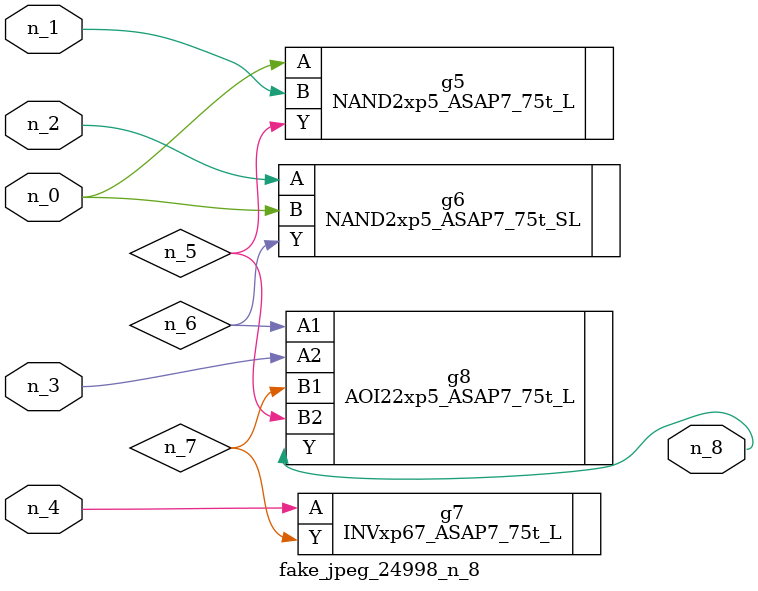
<source format=v>
module fake_jpeg_24998_n_8 (n_3, n_2, n_1, n_0, n_4, n_8);

input n_3;
input n_2;
input n_1;
input n_0;
input n_4;

output n_8;

wire n_6;
wire n_5;
wire n_7;

NAND2xp5_ASAP7_75t_L g5 ( 
.A(n_0),
.B(n_1),
.Y(n_5)
);

NAND2xp5_ASAP7_75t_SL g6 ( 
.A(n_2),
.B(n_0),
.Y(n_6)
);

INVxp67_ASAP7_75t_L g7 ( 
.A(n_4),
.Y(n_7)
);

AOI22xp5_ASAP7_75t_L g8 ( 
.A1(n_6),
.A2(n_3),
.B1(n_7),
.B2(n_5),
.Y(n_8)
);


endmodule
</source>
